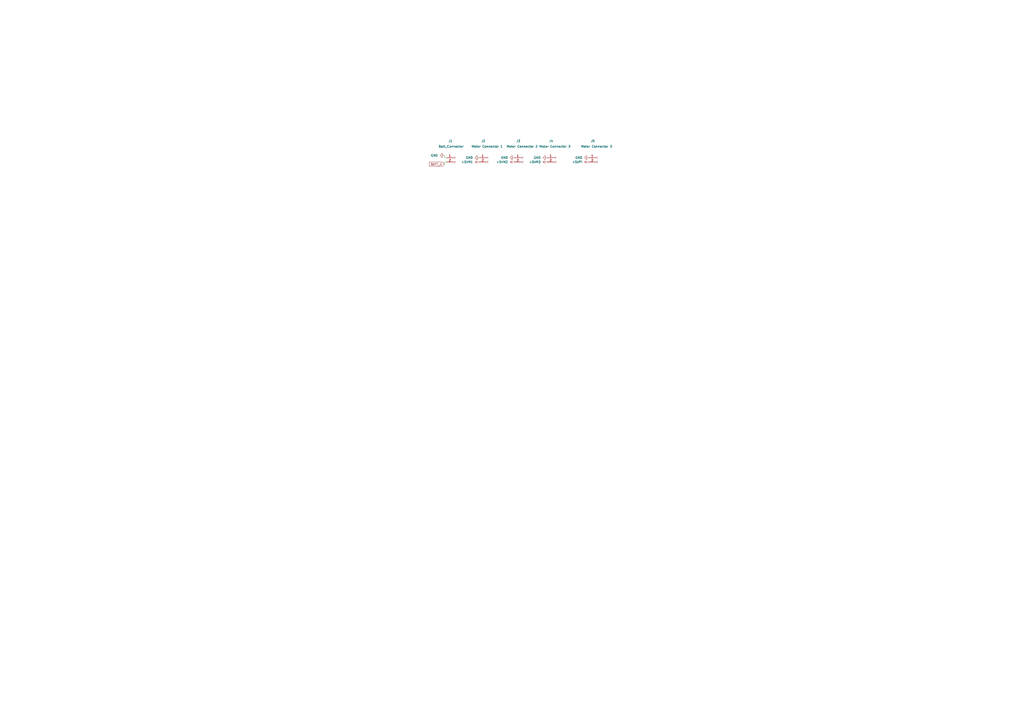
<source format=kicad_sch>
(kicad_sch (version 20231120) (generator "eeschema") (generator_version "8.0")
  (paper "A2")
  (lib_symbols
    (symbol "Connector:Conn_01x02_Socket" (pin_names (offset 1.016) hide)
      (property "Reference" "J" (at 0 2.54 0))
      (property "Value" "Conn_01x02_Socket" (at 0 -5.08 0))
      (symbol "Conn_01x02_Socket_1_1"
        (arc (start 0 -2.032) (mid -0.5058 -2.54) (end 0 -3.048) (stroke (width 0.1524)))
        (polyline (pts (xy -1.27 -2.54) (xy -0.508 -2.54)) (stroke (width 0.1524)))
        (polyline (pts (xy -1.27 0) (xy -0.508 0)) (stroke (width 0.1524)))
        (arc (start 0 0.508) (mid -0.5058 0) (end 0 -0.508) (stroke (width 0.1524)))
        (pin passive line (at -5.08 0 0) (length 3.81) (name "Pin_1") (number "1"))
        (pin passive line (at -5.08 -2.54 0) (length 3.81) (name "Pin_2") (number "2"))
      )
    )
    (symbol "GND_1" (power) (pin_numbers hide) (pin_names (offset 0) hide)
      (property "Value" "GND" (at 0 -3.81 0))
      (symbol "GND_1_0_1"
        (polyline (pts (xy 0 0) (xy 0 -1.27) (xy 1.27 -1.27) (xy 0 -2.54) (xy -1.27 -1.27) (xy 0 -1.27)))
      )
      (symbol "GND_1_1_1"
        (pin power_in line (at 0 0 270) (length 0) (name "~") (number "1"))
      )
    )
    (symbol "power:+5V" (power) (pin_numbers hide) (pin_names (offset 0) hide)
      (property "Value" "+5V" (at 0 3.556 0))
      (symbol "+5V_0_1"
        (polyline (pts (xy -0.762 1.27) (xy 0 2.54)))
        (polyline (pts (xy 0 0) (xy 0 2.54)))
        (polyline (pts (xy 0 2.54) (xy 0.762 1.27)))
      )
      (symbol "+5V_1_1"
        (pin power_in line (at 0 0 90) (length 0) (name "~") (number "1"))
      )
    )
    (symbol "power:GND" (power) (pin_names (offset 0))
      (property "Value" "GND" (at 0 -3.81 0))
      (symbol "GND_0_1"
        (polyline (pts (xy 0 0) (xy 0 -1.27) (xy 1.27 -1.27) (xy 0 -2.54) (xy -1.27 -1.27) (xy 0 -1.27)))
      )
      (symbol "GND_1_1"
        (pin power_in line (at 0 0 270) (length 0) hide (name "GND") (number "1"))
      )
    )
  )
  (wire (pts (xy 257.81 91.44) (xy 257.81 90.17)))
  (wire (pts (xy 257.81 93.98) (xy 257.81 95.25)))
  (wire (pts (xy 259.08 91.44) (xy 257.81 91.44)))
  (wire (pts (xy 259.08 93.98) (xy 257.81 93.98)))
  (global_label "BATT_V" (shape input) (at 257.81 95.25 180) (property "Intersheetrefs" "${INTERSHEET_REFS}" (effects (hide yes))))
  (symbol (lib_id "power:+5V") (at 317.5 93.98 90) (unit 1)
    (property "Reference" "#PWR020" (effects (hide yes)))
    (property "Value" "+5VM3" (at 313.69 93.9799 90) (effects (justify left)))
    (property "Description" "Power symbol creates a global label with name \"+5V\"" (effects (hide yes)))
  )
  (symbol (lib_id "Connector:Conn_01x02_Socket") (at 264.16 91.44 0) (unit 1)
    (property "Reference" "J1" (at 260.096 81.788 0) (effects (justify left)))
    (property "Value" "Batt_Connector" (at 254.381 84.963 0) (effects (justify left)))
    (property "Footprint" "Connector_JST:JST_PH_B2B-PH-K_1x02_P2.00mm_Vertical" (effects (hide yes)))
  )
  (symbol (lib_id "Connector:Conn_01x02_Socket") (at 346.71 91.44 0) (unit 1)
    (property "Reference" "J5" (at 342.646 81.788 0) (effects (justify left)))
    (property "Value" "Motor Connector 3" (at 336.931 84.963 0) (effects (justify left)))
    (property "Footprint" "Connector_JST:JST_PH_B2B-PH-K_1x02_P2.00mm_Vertical" (effects (hide yes)))
  )
  (symbol (lib_id "power:+5V") (at 341.63 93.98 90) (unit 1)
    (property "Reference" "#PWR025" (effects (hide yes)))
    (property "Value" "+5VPi" (at 337.82 93.9799 90) (effects (justify left)))
    (property "Description" "Power symbol creates a global label with name \"+5V\"" (effects (hide yes)))
  )
  (symbol (lib_id "Connector:Conn_01x02_Socket") (at 303.53 91.44 0) (unit 1)
    (property "Reference" "J3" (at 299.466 81.788 0) (effects (justify left)))
    (property "Value" "Motor Connector 2" (at 293.751 84.963 0) (effects (justify left)))
    (property "Footprint" "Connector_JST:JST_PH_B2B-PH-K_1x02_P2.00mm_Vertical" (effects (hide yes)))
  )
  (symbol (lib_id "Connector:Conn_01x02_Socket") (at 322.58 91.44 0) (unit 1)
    (property "Reference" "J4" (at 318.516 81.788 0) (effects (justify left)))
    (property "Value" "Motor Connector 3" (at 312.801 84.963 0) (effects (justify left)))
    (property "Footprint" "Connector_JST:JST_PH_B2B-PH-K_1x02_P2.00mm_Vertical" (effects (hide yes)))
  )
  (symbol (lib_id "Connector:Conn_01x02_Socket") (at 283.21 91.44 0) (unit 1)
    (property "Reference" "J2" (at 279.146 81.788 0) (effects (justify left)))
    (property "Value" "Motor Connector 1" (at 273.431 84.963 0) (effects (justify left)))
    (property "Footprint" "Connector_JST:JST_PH_B2B-PH-K_1x02_P2.00mm_Vertical" (effects (hide yes)))
  )
  (symbol (lib_id "power:+5V") (at 298.45 93.98 90) (unit 1)
    (property "Reference" "#PWR019" (effects (hide yes)))
    (property "Value" "+5VM2" (at 294.64 93.9799 90) (effects (justify left)))
    (property "Description" "Power symbol creates a global label with name \"+5V\"" (effects (hide yes)))
  )
  (symbol (lib_name "GND_1") (lib_id "power:GND") (at 317.5 91.44 270) (unit 1)
    (property "Reference" "#PWR021" (effects (hide yes)))
    (property "Value" "GND" (at 313.69 91.4399 90) (effects (justify right)))
    (property "Description" "Power symbol creates a global label with name \"GND\" , ground" (effects (hide yes)))
  )
  (symbol (lib_name "GND_1") (lib_id "power:GND") (at 298.45 91.44 270) (unit 1)
    (property "Reference" "#PWR022" (effects (hide yes)))
    (property "Value" "GND" (at 294.64 91.4399 90) (effects (justify right)))
    (property "Description" "Power symbol creates a global label with name \"GND\" , ground" (effects (hide yes)))
  )
  (symbol (lib_id "power:GND") (at 257.81 90.17 270) (unit 1)
    (property "Reference" "#PWR01" (effects (hide yes)))
    (property "Value" "GND" (at 254 90.17 90) (effects (justify right)))
  )
  (symbol (lib_name "GND_1") (lib_id "power:GND") (at 341.63 91.44 270) (unit 1)
    (property "Reference" "#PWR024" (effects (hide yes)))
    (property "Value" "GND" (at 337.82 91.4399 90) (effects (justify right)))
    (property "Description" "Power symbol creates a global label with name \"GND\" , ground" (effects (hide yes)))
  )
  (symbol (lib_id "power:+5V") (at 278.13 93.98 90) (unit 1)
    (property "Reference" "#PWR018" (effects (hide yes)))
    (property "Value" "+5VM1" (at 274.32 93.9799 90) (effects (justify left)))
    (property "Description" "Power symbol creates a global label with name \"+5V\"" (effects (hide yes)))
  )
  (symbol (lib_name "GND_1") (lib_id "power:GND") (at 278.13 91.44 270) (unit 1)
    (property "Reference" "#PWR023" (effects (hide yes)))
    (property "Value" "GND" (at 274.32 91.4399 90) (effects (justify right)))
    (property "Description" "Power symbol creates a global label with name \"GND\" , ground" (effects (hide yes)))
  )
)
</source>
